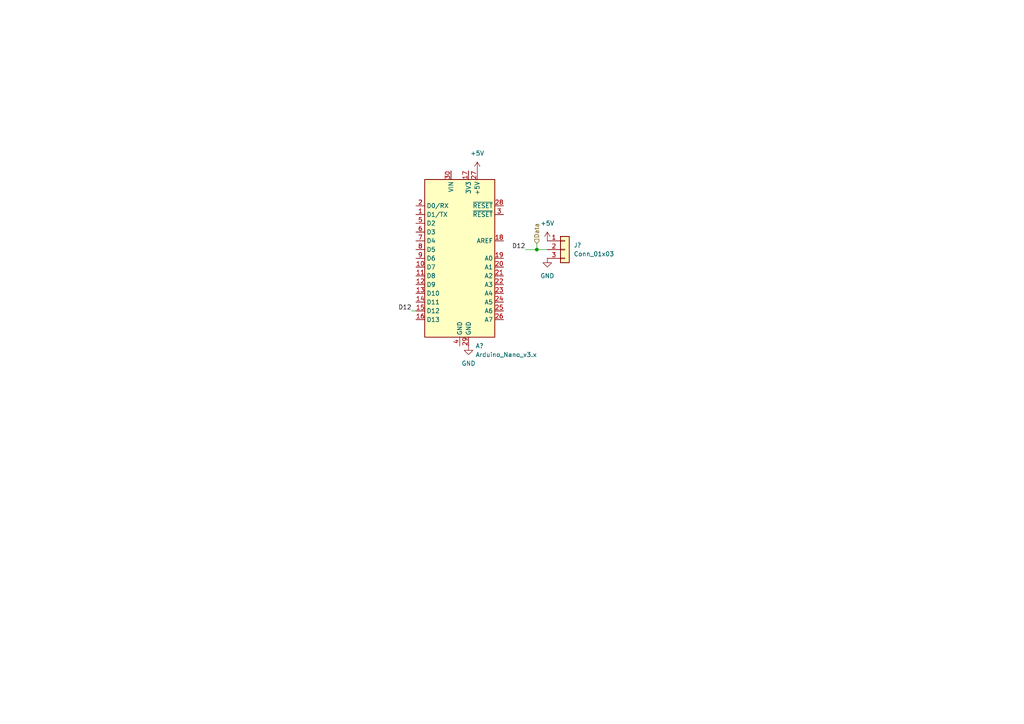
<source format=kicad_sch>
(kicad_sch (version 20211123) (generator eeschema)
  (paper "A4")
  (lib_symbols
    (symbol "Connector_Generic:Conn_01x03" (pin_names (offset 1.016) hide)
      (property "Reference" "J" (at 0 5.08 0))
      (property "Value" "Conn_01x03" (at 0 -5.08 0))
      (symbol "Conn_01x03_1_1"
        (rectangle (start -1.27 -2.413) (end 0 -2.667) (stroke (width 0.1524)))
        (rectangle (start -1.27 0.127) (end 0 -0.127) (stroke (width 0.1524)))
        (rectangle (start -1.27 2.667) (end 0 2.413) (stroke (width 0.1524)))
        (rectangle (start -1.27 3.81) (end 1.27 -3.81) (stroke (width 0.254)) (fill (type background)))
        (pin passive line (at -5.08 2.54 0) (length 3.81) (name "Pin_1") (number "1"))
        (pin passive line (at -5.08 0 0) (length 3.81) (name "Pin_2") (number "2"))
        (pin passive line (at -5.08 -2.54 0) (length 3.81) (name "Pin_3") (number "3"))
      )
    )
    (symbol "MCU_Module:Arduino_Nano_v3.x"
      (property "Reference" "A" (at -10.16 23.495 0))
      (property "Value" "Arduino_Nano_v3.x" (at 5.08 -24.13 0))
      (symbol "Arduino_Nano_v3.x_0_1"
        (rectangle (start -10.16 22.86) (end 10.16 -22.86) (stroke (width 0.254)) (fill (type background)))
      )
      (symbol "Arduino_Nano_v3.x_1_1"
        (pin bidirectional line (at -12.7 12.7 0) (length 2.54) (name "D1/TX") (number "1"))
        (pin bidirectional line (at -12.7 -2.54 0) (length 2.54) (name "D7") (number "10"))
        (pin bidirectional line (at -12.7 -5.08 0) (length 2.54) (name "D8") (number "11"))
        (pin bidirectional line (at -12.7 -7.62 0) (length 2.54) (name "D9") (number "12"))
        (pin bidirectional line (at -12.7 -10.16 0) (length 2.54) (name "D10") (number "13"))
        (pin bidirectional line (at -12.7 -12.7 0) (length 2.54) (name "D11") (number "14"))
        (pin bidirectional line (at -12.7 -15.24 0) (length 2.54) (name "D12") (number "15"))
        (pin bidirectional line (at -12.7 -17.78 0) (length 2.54) (name "D13") (number "16"))
        (pin power_out line (at 2.54 25.4 270) (length 2.54) (name "3V3") (number "17"))
        (pin input line (at 12.7 5.08 180) (length 2.54) (name "AREF") (number "18"))
        (pin bidirectional line (at 12.7 0 180) (length 2.54) (name "A0") (number "19"))
        (pin bidirectional line (at -12.7 15.24 0) (length 2.54) (name "D0/RX") (number "2"))
        (pin bidirectional line (at 12.7 -2.54 180) (length 2.54) (name "A1") (number "20"))
        (pin bidirectional line (at 12.7 -5.08 180) (length 2.54) (name "A2") (number "21"))
        (pin bidirectional line (at 12.7 -7.62 180) (length 2.54) (name "A3") (number "22"))
        (pin bidirectional line (at 12.7 -10.16 180) (length 2.54) (name "A4") (number "23"))
        (pin bidirectional line (at 12.7 -12.7 180) (length 2.54) (name "A5") (number "24"))
        (pin bidirectional line (at 12.7 -15.24 180) (length 2.54) (name "A6") (number "25"))
        (pin bidirectional line (at 12.7 -17.78 180) (length 2.54) (name "A7") (number "26"))
        (pin power_out line (at 5.08 25.4 270) (length 2.54) (name "+5V") (number "27"))
        (pin input line (at 12.7 15.24 180) (length 2.54) (name "~{RESET}") (number "28"))
        (pin power_in line (at 2.54 -25.4 90) (length 2.54) (name "GND") (number "29"))
        (pin input line (at 12.7 12.7 180) (length 2.54) (name "~{RESET}") (number "3"))
        (pin power_in line (at -2.54 25.4 270) (length 2.54) (name "VIN") (number "30"))
        (pin power_in line (at 0 -25.4 90) (length 2.54) (name "GND") (number "4"))
        (pin bidirectional line (at -12.7 10.16 0) (length 2.54) (name "D2") (number "5"))
        (pin bidirectional line (at -12.7 7.62 0) (length 2.54) (name "D3") (number "6"))
        (pin bidirectional line (at -12.7 5.08 0) (length 2.54) (name "D4") (number "7"))
        (pin bidirectional line (at -12.7 2.54 0) (length 2.54) (name "D5") (number "8"))
        (pin bidirectional line (at -12.7 0 0) (length 2.54) (name "D6") (number "9"))
      )
    )
    (symbol "power:+5V" (power) (pin_names (offset 0))
      (property "Value" "+5V" (at 0 3.556 0))
      (symbol "+5V_0_1"
        (polyline (pts (xy -0.762 1.27) (xy 0 2.54)))
        (polyline (pts (xy 0 0) (xy 0 2.54)))
        (polyline (pts (xy 0 2.54) (xy 0.762 1.27)))
      )
      (symbol "+5V_1_1"
        (pin power_in line (at 0 0 90) (length 0) hide (name "+5V") (number "1"))
      )
    )
    (symbol "power:GND" (power) (pin_names (offset 0))
      (property "Value" "GND" (at 0 -3.81 0))
      (symbol "GND_0_1"
        (polyline (pts (xy 0 0) (xy 0 -1.27) (xy 1.27 -1.27) (xy 0 -2.54) (xy -1.27 -1.27) (xy 0 -1.27)))
      )
      (symbol "GND_1_1"
        (pin power_in line (at 0 0 270) (length 0) hide (name "GND") (number "1"))
      )
    )
  )
  (junction (at 155.702 72.39))
  (wire (pts (xy 119.38 90.17) (xy 120.65 90.17)))
  (wire (pts (xy 155.702 72.39) (xy 158.75 72.39)))
  (wire (pts (xy 152.4 72.39) (xy 155.702 72.39)))
  (wire (pts (xy 155.702 70.612) (xy 155.702 72.39)))
  (label "D12" (at 119.38 90.17 180))
  (label "D12" (at 152.4 72.39 180))
  (hierarchical_label "Data" (shape input) (at 155.702 70.612 90))
  (symbol (lib_id "power:+5V") (at 158.75 69.85 0) (unit 1)
    (property "Reference" "#PWR?" (effects hide))
    (property "Value" "+5V" (at 158.75 64.77 0))
  )
  (symbol (lib_id "power:+5V") (at 138.43 49.53 0) (unit 1)
    (property "Reference" "#PWR?" (effects hide))
    (property "Value" "+5V" (at 138.43 44.45 0))
  )
  (symbol (lib_id "power:GND") (at 135.89 100.33 0) (unit 1)
    (property "Reference" "#PWR?" (effects hide))
    (property "Value" "GND" (at 135.89 105.41 0))
  )
  (symbol (lib_id "Connector_Generic:Conn_01x03") (at 163.83 72.39 0) (unit 1)
    (property "Reference" "J?" (at 166.37 71.1199 0) (effects (justify left)))
    (property "Value" "Conn_01x03" (at 166.37 73.6599 0) (effects (justify left)))
  )
  (symbol (lib_id "MCU_Module:Arduino_Nano_v3.x") (at 133.35 74.93 0) (unit 1)
    (property "Reference" "A?" (at 137.9094 100.33 0) (effects (justify left)))
    (property "Value" "Arduino_Nano_v3.x" (at 137.9094 102.87 0) (effects (justify left)))
    (property "Footprint" "Module:Arduino_Nano" (effects hide))
    (property "Datasheet" "http://www.mouser.com/pdfdocs/Gravitech_Arduino_Nano3_0.pdf" (effects hide))
  )
  (symbol (lib_id "power:GND") (at 158.75 74.93 0) (unit 1)
    (property "Reference" "#PWR?" (effects hide))
    (property "Value" "GND" (at 158.75 80.01 0))
  )
)
</source>
